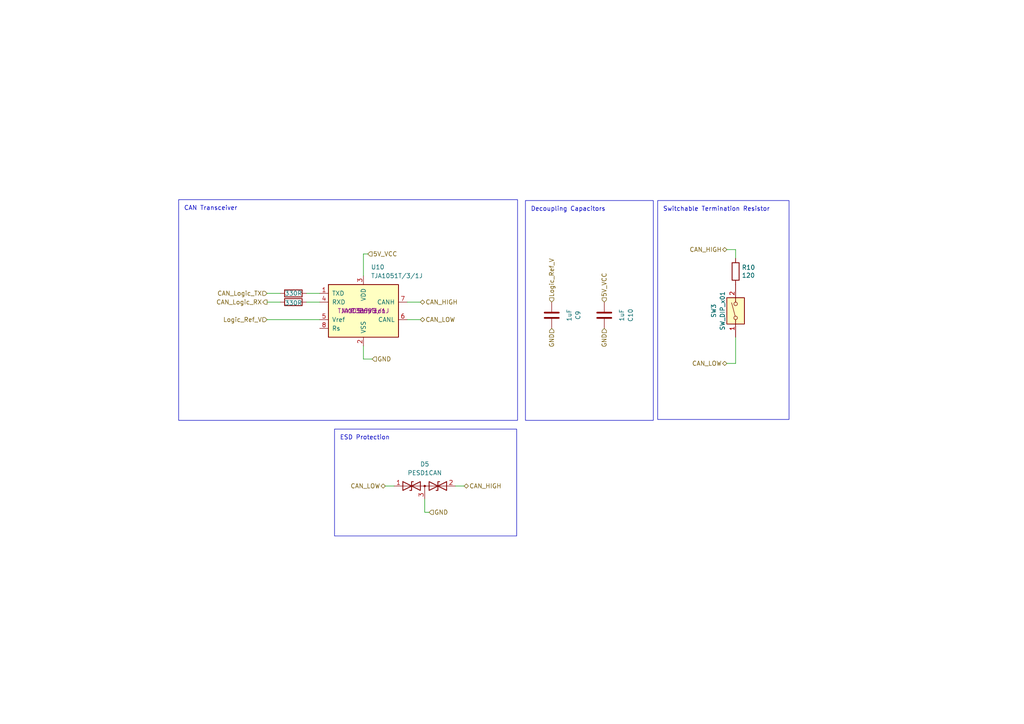
<source format=kicad_sch>
(kicad_sch
	(version 20250114)
	(generator "eeschema")
	(generator_version "9.0")
	(uuid "bf540443-9ceb-46e5-b216-22ae0c00e767")
	(paper "A4")
	(title_block
		(title "BMS Comms Master Board")
		(date "2025-05-21")
		(rev "0.1")
		(company "eChook")
	)
	(lib_symbols
		(symbol "Device:C"
			(pin_numbers
				(hide yes)
			)
			(pin_names
				(offset 0.254)
			)
			(exclude_from_sim no)
			(in_bom yes)
			(on_board yes)
			(property "Reference" "C"
				(at 0.635 2.54 0)
				(effects
					(font
						(size 1.27 1.27)
					)
					(justify left)
				)
			)
			(property "Value" "C"
				(at 0.635 -2.54 0)
				(effects
					(font
						(size 1.27 1.27)
					)
					(justify left)
				)
			)
			(property "Footprint" ""
				(at 0.9652 -3.81 0)
				(effects
					(font
						(size 1.27 1.27)
					)
					(hide yes)
				)
			)
			(property "Datasheet" "~"
				(at 0 0 0)
				(effects
					(font
						(size 1.27 1.27)
					)
					(hide yes)
				)
			)
			(property "Description" "Unpolarized capacitor"
				(at 0 0 0)
				(effects
					(font
						(size 1.27 1.27)
					)
					(hide yes)
				)
			)
			(property "ki_keywords" "cap capacitor"
				(at 0 0 0)
				(effects
					(font
						(size 1.27 1.27)
					)
					(hide yes)
				)
			)
			(property "ki_fp_filters" "C_*"
				(at 0 0 0)
				(effects
					(font
						(size 1.27 1.27)
					)
					(hide yes)
				)
			)
			(symbol "C_0_1"
				(polyline
					(pts
						(xy -2.032 0.762) (xy 2.032 0.762)
					)
					(stroke
						(width 0.508)
						(type default)
					)
					(fill
						(type none)
					)
				)
				(polyline
					(pts
						(xy -2.032 -0.762) (xy 2.032 -0.762)
					)
					(stroke
						(width 0.508)
						(type default)
					)
					(fill
						(type none)
					)
				)
			)
			(symbol "C_1_1"
				(pin passive line
					(at 0 3.81 270)
					(length 2.794)
					(name "~"
						(effects
							(font
								(size 1.27 1.27)
							)
						)
					)
					(number "1"
						(effects
							(font
								(size 1.27 1.27)
							)
						)
					)
				)
				(pin passive line
					(at 0 -3.81 90)
					(length 2.794)
					(name "~"
						(effects
							(font
								(size 1.27 1.27)
							)
						)
					)
					(number "2"
						(effects
							(font
								(size 1.27 1.27)
							)
						)
					)
				)
			)
			(embedded_fonts no)
		)
		(symbol "Device:D_TVS_Dual_AAC"
			(pin_names
				(offset 1.016)
				(hide yes)
			)
			(exclude_from_sim no)
			(in_bom yes)
			(on_board yes)
			(property "Reference" "D"
				(at 0 4.445 0)
				(effects
					(font
						(size 1.27 1.27)
					)
				)
			)
			(property "Value" "D_TVS_Dual_AAC"
				(at 0 2.54 0)
				(effects
					(font
						(size 1.27 1.27)
					)
				)
			)
			(property "Footprint" ""
				(at -3.81 0 0)
				(effects
					(font
						(size 1.27 1.27)
					)
					(hide yes)
				)
			)
			(property "Datasheet" "~"
				(at -3.81 0 0)
				(effects
					(font
						(size 1.27 1.27)
					)
					(hide yes)
				)
			)
			(property "Description" "Bidirectional dual transient-voltage-suppression diode, center on pin 3"
				(at 0 0 0)
				(effects
					(font
						(size 1.27 1.27)
					)
					(hide yes)
				)
			)
			(property "ki_keywords" "diode TVS thyrector"
				(at 0 0 0)
				(effects
					(font
						(size 1.27 1.27)
					)
					(hide yes)
				)
			)
			(symbol "D_TVS_Dual_AAC_0_0"
				(polyline
					(pts
						(xy 0 -1.27) (xy 0 0)
					)
					(stroke
						(width 0)
						(type default)
					)
					(fill
						(type none)
					)
				)
			)
			(symbol "D_TVS_Dual_AAC_0_1"
				(polyline
					(pts
						(xy -6.35 1.27) (xy -1.27 -1.27) (xy -1.27 1.27) (xy -6.35 -1.27) (xy -6.35 1.27)
					)
					(stroke
						(width 0.254)
						(type default)
					)
					(fill
						(type none)
					)
				)
				(polyline
					(pts
						(xy -6.35 0) (xy 6.35 0)
					)
					(stroke
						(width 0)
						(type default)
					)
					(fill
						(type none)
					)
				)
				(polyline
					(pts
						(xy -3.302 1.27) (xy -3.81 1.27) (xy -3.81 -1.27) (xy -4.318 -1.27)
					)
					(stroke
						(width 0.254)
						(type default)
					)
					(fill
						(type none)
					)
				)
				(circle
					(center 0 0)
					(radius 0.254)
					(stroke
						(width 0)
						(type default)
					)
					(fill
						(type outline)
					)
				)
				(polyline
					(pts
						(xy 4.318 1.27) (xy 3.81 1.27) (xy 3.81 -1.27) (xy 3.302 -1.27)
					)
					(stroke
						(width 0.254)
						(type default)
					)
					(fill
						(type none)
					)
				)
				(polyline
					(pts
						(xy 6.35 1.27) (xy 1.27 -1.27) (xy 1.27 1.27) (xy 6.35 -1.27) (xy 6.35 1.27)
					)
					(stroke
						(width 0.254)
						(type default)
					)
					(fill
						(type none)
					)
				)
			)
			(symbol "D_TVS_Dual_AAC_1_1"
				(pin passive line
					(at -8.89 0 0)
					(length 2.54)
					(name "A1"
						(effects
							(font
								(size 1.27 1.27)
							)
						)
					)
					(number "1"
						(effects
							(font
								(size 1.27 1.27)
							)
						)
					)
				)
				(pin passive line
					(at 0 -3.81 90)
					(length 2.54)
					(name "common"
						(effects
							(font
								(size 1.27 1.27)
							)
						)
					)
					(number "3"
						(effects
							(font
								(size 1.27 1.27)
							)
						)
					)
				)
				(pin passive line
					(at 8.89 0 180)
					(length 2.54)
					(name "A2"
						(effects
							(font
								(size 1.27 1.27)
							)
						)
					)
					(number "2"
						(effects
							(font
								(size 1.27 1.27)
							)
						)
					)
				)
			)
			(embedded_fonts no)
		)
		(symbol "Device:R"
			(pin_numbers
				(hide yes)
			)
			(pin_names
				(offset 0)
			)
			(exclude_from_sim no)
			(in_bom yes)
			(on_board yes)
			(property "Reference" "R"
				(at 2.032 0 90)
				(effects
					(font
						(size 1.27 1.27)
					)
				)
			)
			(property "Value" "R"
				(at 0 0 90)
				(effects
					(font
						(size 1.27 1.27)
					)
				)
			)
			(property "Footprint" ""
				(at -1.778 0 90)
				(effects
					(font
						(size 1.27 1.27)
					)
					(hide yes)
				)
			)
			(property "Datasheet" "~"
				(at 0 0 0)
				(effects
					(font
						(size 1.27 1.27)
					)
					(hide yes)
				)
			)
			(property "Description" "Resistor"
				(at 0 0 0)
				(effects
					(font
						(size 1.27 1.27)
					)
					(hide yes)
				)
			)
			(property "ki_keywords" "R res resistor"
				(at 0 0 0)
				(effects
					(font
						(size 1.27 1.27)
					)
					(hide yes)
				)
			)
			(property "ki_fp_filters" "R_*"
				(at 0 0 0)
				(effects
					(font
						(size 1.27 1.27)
					)
					(hide yes)
				)
			)
			(symbol "R_0_1"
				(rectangle
					(start -1.016 -2.54)
					(end 1.016 2.54)
					(stroke
						(width 0.254)
						(type default)
					)
					(fill
						(type none)
					)
				)
			)
			(symbol "R_1_1"
				(pin passive line
					(at 0 3.81 270)
					(length 1.27)
					(name "~"
						(effects
							(font
								(size 1.27 1.27)
							)
						)
					)
					(number "1"
						(effects
							(font
								(size 1.27 1.27)
							)
						)
					)
				)
				(pin passive line
					(at 0 -3.81 90)
					(length 1.27)
					(name "~"
						(effects
							(font
								(size 1.27 1.27)
							)
						)
					)
					(number "2"
						(effects
							(font
								(size 1.27 1.27)
							)
						)
					)
				)
			)
			(embedded_fonts no)
		)
		(symbol "Interface_CAN_LIN:MCP2551-I-SN"
			(pin_names
				(offset 1.016)
			)
			(exclude_from_sim no)
			(in_bom yes)
			(on_board yes)
			(property "Reference" "U"
				(at -10.16 8.89 0)
				(effects
					(font
						(size 1.27 1.27)
					)
					(justify left)
				)
			)
			(property "Value" "MCP2551-I-SN"
				(at 2.54 8.89 0)
				(effects
					(font
						(size 1.27 1.27)
					)
					(justify left)
				)
			)
			(property "Footprint" "Package_SO:SOIC-8_3.9x4.9mm_P1.27mm"
				(at 0 -12.7 0)
				(effects
					(font
						(size 1.27 1.27)
						(italic yes)
					)
					(hide yes)
				)
			)
			(property "Datasheet" "http://ww1.microchip.com/downloads/en/devicedoc/21667d.pdf"
				(at 0 0 0)
				(effects
					(font
						(size 1.27 1.27)
					)
					(hide yes)
				)
			)
			(property "Description" "High-Speed CAN Transceiver, 1Mbps, 5V supply, SOIC-8"
				(at 0 0 0)
				(effects
					(font
						(size 1.27 1.27)
					)
					(hide yes)
				)
			)
			(property "ki_keywords" "High-Speed CAN Transceiver"
				(at 0 0 0)
				(effects
					(font
						(size 1.27 1.27)
					)
					(hide yes)
				)
			)
			(property "ki_fp_filters" "SOIC*3.9x4.9mm*P1.27mm*"
				(at 0 0 0)
				(effects
					(font
						(size 1.27 1.27)
					)
					(hide yes)
				)
			)
			(symbol "MCP2551-I-SN_0_1"
				(rectangle
					(start -10.16 7.62)
					(end 10.16 -7.62)
					(stroke
						(width 0.254)
						(type default)
					)
					(fill
						(type background)
					)
				)
			)
			(symbol "MCP2551-I-SN_1_1"
				(pin input line
					(at -12.7 5.08 0)
					(length 2.54)
					(name "TXD"
						(effects
							(font
								(size 1.27 1.27)
							)
						)
					)
					(number "1"
						(effects
							(font
								(size 1.27 1.27)
							)
						)
					)
				)
				(pin output line
					(at -12.7 2.54 0)
					(length 2.54)
					(name "RXD"
						(effects
							(font
								(size 1.27 1.27)
							)
						)
					)
					(number "4"
						(effects
							(font
								(size 1.27 1.27)
							)
						)
					)
				)
				(pin power_out line
					(at -12.7 -2.54 0)
					(length 2.54)
					(name "Vref"
						(effects
							(font
								(size 1.27 1.27)
							)
						)
					)
					(number "5"
						(effects
							(font
								(size 1.27 1.27)
							)
						)
					)
				)
				(pin input line
					(at -12.7 -5.08 0)
					(length 2.54)
					(name "Rs"
						(effects
							(font
								(size 1.27 1.27)
							)
						)
					)
					(number "8"
						(effects
							(font
								(size 1.27 1.27)
							)
						)
					)
				)
				(pin power_in line
					(at 0 10.16 270)
					(length 2.54)
					(name "VDD"
						(effects
							(font
								(size 1.27 1.27)
							)
						)
					)
					(number "3"
						(effects
							(font
								(size 1.27 1.27)
							)
						)
					)
				)
				(pin power_in line
					(at 0 -10.16 90)
					(length 2.54)
					(name "VSS"
						(effects
							(font
								(size 1.27 1.27)
							)
						)
					)
					(number "2"
						(effects
							(font
								(size 1.27 1.27)
							)
						)
					)
				)
				(pin bidirectional line
					(at 12.7 2.54 180)
					(length 2.54)
					(name "CANH"
						(effects
							(font
								(size 1.27 1.27)
							)
						)
					)
					(number "7"
						(effects
							(font
								(size 1.27 1.27)
							)
						)
					)
				)
				(pin bidirectional line
					(at 12.7 -2.54 180)
					(length 2.54)
					(name "CANL"
						(effects
							(font
								(size 1.27 1.27)
							)
						)
					)
					(number "6"
						(effects
							(font
								(size 1.27 1.27)
							)
						)
					)
				)
			)
			(embedded_fonts no)
		)
		(symbol "Switch:SW_DIP_x01"
			(pin_names
				(offset 0)
				(hide yes)
			)
			(exclude_from_sim no)
			(in_bom yes)
			(on_board yes)
			(property "Reference" "SW"
				(at 0 3.81 0)
				(effects
					(font
						(size 1.27 1.27)
					)
				)
			)
			(property "Value" "SW_DIP_x01"
				(at 0 -3.81 0)
				(effects
					(font
						(size 1.27 1.27)
					)
				)
			)
			(property "Footprint" ""
				(at 0 0 0)
				(effects
					(font
						(size 1.27 1.27)
					)
					(hide yes)
				)
			)
			(property "Datasheet" "~"
				(at 0 0 0)
				(effects
					(font
						(size 1.27 1.27)
					)
					(hide yes)
				)
			)
			(property "Description" "1x DIP Switch, Single Pole Single Throw (SPST) switch, small symbol"
				(at 0 0 0)
				(effects
					(font
						(size 1.27 1.27)
					)
					(hide yes)
				)
			)
			(property "ki_keywords" "dip switch"
				(at 0 0 0)
				(effects
					(font
						(size 1.27 1.27)
					)
					(hide yes)
				)
			)
			(property "ki_fp_filters" "SW?DIP?x1*"
				(at 0 0 0)
				(effects
					(font
						(size 1.27 1.27)
					)
					(hide yes)
				)
			)
			(symbol "SW_DIP_x01_0_0"
				(circle
					(center -2.032 0)
					(radius 0.508)
					(stroke
						(width 0)
						(type default)
					)
					(fill
						(type none)
					)
				)
				(polyline
					(pts
						(xy -1.524 0.127) (xy 2.3622 1.1684)
					)
					(stroke
						(width 0)
						(type default)
					)
					(fill
						(type none)
					)
				)
				(circle
					(center 2.032 0)
					(radius 0.508)
					(stroke
						(width 0)
						(type default)
					)
					(fill
						(type none)
					)
				)
			)
			(symbol "SW_DIP_x01_0_1"
				(rectangle
					(start -3.81 2.54)
					(end 3.81 -2.54)
					(stroke
						(width 0.254)
						(type default)
					)
					(fill
						(type background)
					)
				)
			)
			(symbol "SW_DIP_x01_1_1"
				(pin passive line
					(at -7.62 0 0)
					(length 5.08)
					(name "~"
						(effects
							(font
								(size 1.27 1.27)
							)
						)
					)
					(number "1"
						(effects
							(font
								(size 1.27 1.27)
							)
						)
					)
				)
				(pin passive line
					(at 7.62 0 180)
					(length 5.08)
					(name "~"
						(effects
							(font
								(size 1.27 1.27)
							)
						)
					)
					(number "2"
						(effects
							(font
								(size 1.27 1.27)
							)
						)
					)
				)
			)
			(embedded_fonts no)
		)
	)
	(rectangle
		(start 97.028 124.46)
		(end 149.86 155.448)
		(stroke
			(width 0)
			(type default)
		)
		(fill
			(type none)
		)
		(uuid 41b667f9-b0f8-487a-b4c2-623821bd4034)
	)
	(rectangle
		(start 190.754 58.166)
		(end 228.854 121.666)
		(stroke
			(width 0)
			(type default)
		)
		(fill
			(type none)
		)
		(uuid 5010e3eb-e57f-4b64-86a4-57ecfe933eac)
	)
	(rectangle
		(start 152.4 58.166)
		(end 189.484 121.92)
		(stroke
			(width 0)
			(type default)
		)
		(fill
			(type none)
		)
		(uuid 727c0b4c-b830-4bab-80dc-48ed46d703bf)
	)
	(rectangle
		(start 51.816 57.912)
		(end 150.114 121.92)
		(stroke
			(width 0)
			(type default)
		)
		(fill
			(type none)
		)
		(uuid b2b264de-a0dd-4ac9-b4d9-7d91e9abd442)
	)
	(text "ESD Protection"
		(exclude_from_sim no)
		(at 98.552 127.762 0)
		(effects
			(font
				(size 1.27 1.27)
			)
			(justify left bottom)
		)
		(uuid "051d649c-901d-48db-8318-c04a42cdf803")
	)
	(text "Decoupling Capacitors"
		(exclude_from_sim no)
		(at 153.924 61.468 0)
		(effects
			(font
				(size 1.27 1.27)
			)
			(justify left bottom)
		)
		(uuid "14a63512-ff08-48df-8f2b-4344552cb95e")
	)
	(text "CAN Transceiver"
		(exclude_from_sim no)
		(at 53.34 61.214 0)
		(effects
			(font
				(size 1.27 1.27)
			)
			(justify left bottom)
		)
		(uuid "178ef107-7a36-4979-8065-0234a3c95b55")
	)
	(text "Switchable Termination Resistor"
		(exclude_from_sim no)
		(at 192.278 61.468 0)
		(effects
			(font
				(size 1.27 1.27)
			)
			(justify left bottom)
		)
		(uuid "6f4f96d5-bce5-4145-8694-35cb36da78be")
	)
	(wire
		(pts
			(xy 107.95 104.14) (xy 105.41 104.14)
		)
		(stroke
			(width 0)
			(type default)
		)
		(uuid "0a25c8a1-59bb-4233-b8d2-cd15d906f13a")
	)
	(wire
		(pts
			(xy 213.36 97.79) (xy 213.36 105.41)
		)
		(stroke
			(width 0)
			(type default)
		)
		(uuid "202a664a-898b-4247-b4e3-6f8f0bbd0fb3")
	)
	(wire
		(pts
			(xy 118.11 87.63) (xy 121.92 87.63)
		)
		(stroke
			(width 0)
			(type default)
		)
		(uuid "2bcbed73-5cbc-42b3-a1b1-088d596783dd")
	)
	(wire
		(pts
			(xy 106.68 73.66) (xy 105.41 73.66)
		)
		(stroke
			(width 0)
			(type default)
		)
		(uuid "335749d2-ed3f-4932-ae44-47c5e3cdb314")
	)
	(wire
		(pts
			(xy 105.41 73.66) (xy 105.41 80.01)
		)
		(stroke
			(width 0)
			(type default)
		)
		(uuid "3ad4eac0-5b6e-4214-aba2-422a44557dd5")
	)
	(wire
		(pts
			(xy 77.47 87.63) (xy 81.28 87.63)
		)
		(stroke
			(width 0)
			(type default)
		)
		(uuid "420a9e61-a2c3-4050-b2a4-c8af8f9a3cc3")
	)
	(wire
		(pts
			(xy 132.08 140.97) (xy 134.62 140.97)
		)
		(stroke
			(width 0)
			(type default)
		)
		(uuid "47c9d4ca-cb32-45af-9970-6f4114f8bc6b")
	)
	(wire
		(pts
			(xy 88.9 85.09) (xy 92.71 85.09)
		)
		(stroke
			(width 0)
			(type default)
		)
		(uuid "49bf483b-396f-444e-a9dd-fe561cf40480")
	)
	(wire
		(pts
			(xy 210.82 105.41) (xy 213.36 105.41)
		)
		(stroke
			(width 0)
			(type default)
		)
		(uuid "52963ccd-534c-495b-aee9-ef0b6f298628")
	)
	(wire
		(pts
			(xy 124.46 148.59) (xy 123.19 148.59)
		)
		(stroke
			(width 0)
			(type default)
		)
		(uuid "574020e1-039e-42ed-801f-31ac63f4d924")
	)
	(wire
		(pts
			(xy 88.9 87.63) (xy 92.71 87.63)
		)
		(stroke
			(width 0)
			(type default)
		)
		(uuid "63809b6e-0639-4523-8a2a-15c844c2d3fe")
	)
	(wire
		(pts
			(xy 118.11 92.71) (xy 121.92 92.71)
		)
		(stroke
			(width 0)
			(type default)
		)
		(uuid "6e21abd0-81ec-4767-bb66-bb31135a841b")
	)
	(wire
		(pts
			(xy 111.76 140.97) (xy 114.3 140.97)
		)
		(stroke
			(width 0)
			(type default)
		)
		(uuid "728f9a08-24b8-4077-91e6-31edbff6c056")
	)
	(wire
		(pts
			(xy 123.19 148.59) (xy 123.19 144.78)
		)
		(stroke
			(width 0)
			(type default)
		)
		(uuid "b699b806-6763-427a-b5fe-5d3ef0bdc27f")
	)
	(wire
		(pts
			(xy 105.41 104.14) (xy 105.41 100.33)
		)
		(stroke
			(width 0)
			(type default)
		)
		(uuid "b90af9bd-f1c3-41ae-ad0d-18578b030062")
	)
	(wire
		(pts
			(xy 77.47 92.71) (xy 92.71 92.71)
		)
		(stroke
			(width 0)
			(type default)
		)
		(uuid "bbf81558-cbfe-44ed-a7b0-e8a20b39f326")
	)
	(wire
		(pts
			(xy 213.36 72.39) (xy 213.36 74.93)
		)
		(stroke
			(width 0)
			(type default)
		)
		(uuid "cd8ef936-01f7-4ae4-ae7b-95fd728acb04")
	)
	(wire
		(pts
			(xy 210.82 72.39) (xy 213.36 72.39)
		)
		(stroke
			(width 0)
			(type default)
		)
		(uuid "d6de5bc5-b03e-461b-8be8-a8b890051ebd")
	)
	(wire
		(pts
			(xy 77.47 85.09) (xy 81.28 85.09)
		)
		(stroke
			(width 0)
			(type default)
		)
		(uuid "e3ec6a03-47fa-4817-ac27-387248f81a8d")
	)
	(hierarchical_label "CAN_Logic_TX"
		(shape input)
		(at 77.47 85.09 180)
		(effects
			(font
				(size 1.27 1.27)
			)
			(justify right)
		)
		(uuid "13803820-72d9-4b2d-83fc-22166b6f7a42")
	)
	(hierarchical_label "5V_VCC"
		(shape input)
		(at 106.68 73.66 0)
		(effects
			(font
				(size 1.27 1.27)
			)
			(justify left)
		)
		(uuid "3734ed81-bab2-43ce-aba2-d95cd5a3a43b")
	)
	(hierarchical_label "CAN_HIGH"
		(shape bidirectional)
		(at 210.82 72.39 180)
		(effects
			(font
				(size 1.27 1.27)
			)
			(justify right)
		)
		(uuid "40177ee1-57bf-4630-9f15-cf284fdfbd61")
	)
	(hierarchical_label "GND"
		(shape input)
		(at 124.46 148.59 0)
		(effects
			(font
				(size 1.27 1.27)
			)
			(justify left)
		)
		(uuid "44c26234-811b-4344-957c-34775fb0eb28")
	)
	(hierarchical_label "CAN_LOW"
		(shape bidirectional)
		(at 111.76 140.97 180)
		(effects
			(font
				(size 1.27 1.27)
			)
			(justify right)
		)
		(uuid "5e1076de-d33c-4981-95e2-8b2ea4a12a05")
	)
	(hierarchical_label "GND"
		(shape input)
		(at 107.95 104.14 0)
		(effects
			(font
				(size 1.27 1.27)
			)
			(justify left)
		)
		(uuid "6cecc3e6-98d4-40cc-9dfa-048ea178d596")
	)
	(hierarchical_label "CAN_LOW"
		(shape bidirectional)
		(at 210.82 105.41 180)
		(effects
			(font
				(size 1.27 1.27)
			)
			(justify right)
		)
		(uuid "70403f84-9422-48ae-9c78-7c015b9552f8")
	)
	(hierarchical_label "5V_VCC"
		(shape input)
		(at 175.26 87.63 90)
		(effects
			(font
				(size 1.27 1.27)
			)
			(justify left)
		)
		(uuid "762b0aa5-cb3f-4634-9e5a-2d4528609bb7")
	)
	(hierarchical_label "CAN_HIGH"
		(shape bidirectional)
		(at 134.62 140.97 0)
		(effects
			(font
				(size 1.27 1.27)
			)
			(justify left)
		)
		(uuid "828d01d3-4580-419b-8613-7af2d390b69d")
	)
	(hierarchical_label "GND"
		(shape input)
		(at 175.26 95.25 270)
		(effects
			(font
				(size 1.27 1.27)
			)
			(justify right)
		)
		(uuid "8ed30231-ae38-4590-88af-13dd2122d9af")
	)
	(hierarchical_label "GND"
		(shape input)
		(at 160.02 95.25 270)
		(effects
			(font
				(size 1.27 1.27)
			)
			(justify right)
		)
		(uuid "c617af93-79c9-4ecb-9505-d47ae37c1290")
	)
	(hierarchical_label "CAN_Logic_RX"
		(shape output)
		(at 77.47 87.63 180)
		(effects
			(font
				(size 1.27 1.27)
			)
			(justify right)
		)
		(uuid "cf7d4a43-5285-4a1f-b361-e160e13c3b73")
	)
	(hierarchical_label "Logic_Ref_V"
		(shape input)
		(at 77.47 92.71 180)
		(effects
			(font
				(size 1.27 1.27)
			)
			(justify right)
		)
		(uuid "d3047406-45fd-414a-bd36-f42ff04b30d9")
	)
	(hierarchical_label "CAN_HIGH"
		(shape bidirectional)
		(at 121.92 87.63 0)
		(effects
			(font
				(size 1.27 1.27)
			)
			(justify left)
		)
		(uuid "d4dfbd50-498b-40a6-b0a9-1395dd8462a6")
	)
	(hierarchical_label "Logic_Ref_V"
		(shape input)
		(at 160.02 87.63 90)
		(effects
			(font
				(size 1.27 1.27)
			)
			(justify left)
		)
		(uuid "e09613bb-2036-46ad-8e8a-c6bac2482030")
	)
	(hierarchical_label "CAN_LOW"
		(shape bidirectional)
		(at 121.92 92.71 0)
		(effects
			(font
				(size 1.27 1.27)
			)
			(justify left)
		)
		(uuid "f1796682-bafe-41ae-9b2b-aa4359a2ce58")
	)
	(symbol
		(lib_id "Device:C")
		(at 160.02 91.44 180)
		(unit 1)
		(exclude_from_sim no)
		(in_bom yes)
		(on_board yes)
		(dnp no)
		(fields_autoplaced yes)
		(uuid "0185b586-b562-4adb-b20d-426fb25332a3")
		(property "Reference" "C5"
			(at 167.64 91.44 90)
			(effects
				(font
					(size 1.27 1.27)
				)
			)
		)
		(property "Value" "1uF"
			(at 165.1 91.44 90)
			(effects
				(font
					(size 1.27 1.27)
				)
			)
		)
		(property "Footprint" "Capacitor_SMD:C_0603_1608Metric"
			(at 159.0548 87.63 0)
			(effects
				(font
					(size 1.27 1.27)
				)
				(hide yes)
			)
		)
		(property "Datasheet" "~"
			(at 160.02 91.44 0)
			(effects
				(font
					(size 1.27 1.27)
				)
				(hide yes)
			)
		)
		(property "Description" ""
			(at 160.02 91.44 0)
			(effects
				(font
					(size 1.27 1.27)
				)
				(hide yes)
			)
		)
		(property "LCSC" "C15849"
			(at 160.02 91.44 0)
			(effects
				(font
					(size 1.27 1.27)
				)
				(hide yes)
			)
		)
		(pin "1"
			(uuid "bd8d4e02-dd51-4c6d-bd06-bef90428e00b")
		)
		(pin "2"
			(uuid "638e4cb2-0929-4b85-9a6b-a856ed50df0c")
		)
		(instances
			(project "BMS"
				(path "/d7e219ab-f530-45f5-8a23-0e6b6d2e3e0f/cdaff6ef-6933-443e-a2a0-6e49d77f85e1"
					(reference "C9")
					(unit 1)
				)
				(path "/d7e219ab-f530-45f5-8a23-0e6b6d2e3e0f/edc0126c-a175-43ed-b1dc-d739fe129ca0"
					(reference "C5")
					(unit 1)
				)
			)
		)
	)
	(symbol
		(lib_id "Device:C")
		(at 175.26 91.44 180)
		(unit 1)
		(exclude_from_sim no)
		(in_bom yes)
		(on_board yes)
		(dnp no)
		(fields_autoplaced yes)
		(uuid "06a8e200-bd6c-4544-97f4-9bd80dc617d5")
		(property "Reference" "C6"
			(at 182.88 91.44 90)
			(effects
				(font
					(size 1.27 1.27)
				)
			)
		)
		(property "Value" "1uF"
			(at 180.34 91.44 90)
			(effects
				(font
					(size 1.27 1.27)
				)
			)
		)
		(property "Footprint" "Capacitor_SMD:C_0603_1608Metric"
			(at 174.2948 87.63 0)
			(effects
				(font
					(size 1.27 1.27)
				)
				(hide yes)
			)
		)
		(property "Datasheet" "~"
			(at 175.26 91.44 0)
			(effects
				(font
					(size 1.27 1.27)
				)
				(hide yes)
			)
		)
		(property "Description" ""
			(at 175.26 91.44 0)
			(effects
				(font
					(size 1.27 1.27)
				)
				(hide yes)
			)
		)
		(property "LCSC" "C15849"
			(at 175.26 91.44 0)
			(effects
				(font
					(size 1.27 1.27)
				)
				(hide yes)
			)
		)
		(pin "1"
			(uuid "339bedab-6dda-4e85-a606-d0d457b47521")
		)
		(pin "2"
			(uuid "360ab272-f6e5-491c-b564-6b8c3fb8639b")
		)
		(instances
			(project "BMS"
				(path "/d7e219ab-f530-45f5-8a23-0e6b6d2e3e0f/cdaff6ef-6933-443e-a2a0-6e49d77f85e1"
					(reference "C10")
					(unit 1)
				)
				(path "/d7e219ab-f530-45f5-8a23-0e6b6d2e3e0f/edc0126c-a175-43ed-b1dc-d739fe129ca0"
					(reference "C6")
					(unit 1)
				)
			)
		)
	)
	(symbol
		(lib_id "Device:R")
		(at 213.36 78.74 0)
		(unit 1)
		(exclude_from_sim no)
		(in_bom yes)
		(on_board yes)
		(dnp no)
		(uuid "11110451-0b18-4747-9876-c5cd1c82f925")
		(property "Reference" "R3"
			(at 215.138 77.5716 0)
			(effects
				(font
					(size 1.27 1.27)
				)
				(justify left)
			)
		)
		(property "Value" "120"
			(at 215.138 79.883 0)
			(effects
				(font
					(size 1.27 1.27)
				)
				(justify left)
			)
		)
		(property "Footprint" "Resistor_SMD:R_0603_1608Metric"
			(at 211.582 78.74 90)
			(effects
				(font
					(size 1.27 1.27)
				)
				(hide yes)
			)
		)
		(property "Datasheet" "~"
			(at 213.36 78.74 0)
			(effects
				(font
					(size 1.27 1.27)
				)
				(hide yes)
			)
		)
		(property "Description" ""
			(at 213.36 78.74 0)
			(effects
				(font
					(size 1.27 1.27)
				)
				(hide yes)
			)
		)
		(property "LCSC" ""
			(at 213.36 78.74 0)
			(effects
				(font
					(size 1.27 1.27)
				)
				(hide yes)
			)
		)
		(pin "1"
			(uuid "488ed25d-ac72-4919-ba5b-2c0e36f8f9ba")
		)
		(pin "2"
			(uuid "816f8bb0-27ee-4a9e-9b01-3955c67a4280")
		)
		(instances
			(project "BMS"
				(path "/d7e219ab-f530-45f5-8a23-0e6b6d2e3e0f/cdaff6ef-6933-443e-a2a0-6e49d77f85e1"
					(reference "R10")
					(unit 1)
				)
				(path "/d7e219ab-f530-45f5-8a23-0e6b6d2e3e0f/edc0126c-a175-43ed-b1dc-d739fe129ca0"
					(reference "R3")
					(unit 1)
				)
			)
		)
	)
	(symbol
		(lib_id "Interface_CAN_LIN:MCP2551-I-SN")
		(at 105.41 90.17 0)
		(unit 1)
		(exclude_from_sim no)
		(in_bom yes)
		(on_board yes)
		(dnp no)
		(uuid "253ca64d-2231-4159-9e0a-f81ea50db246")
		(property "Reference" "U5"
			(at 107.5709 77.47 0)
			(effects
				(font
					(size 1.27 1.27)
				)
				(justify left)
			)
		)
		(property "Value" "TJA1051T/3/1J"
			(at 107.5709 80.01 0)
			(effects
				(font
					(size 1.27 1.27)
				)
				(justify left)
			)
		)
		(property "Footprint" "Package_SO:SOIC-8_3.9x4.9mm_P1.27mm"
			(at 105.41 102.87 0)
			(effects
				(font
					(size 1.27 1.27)
					(italic yes)
				)
				(hide yes)
			)
		)
		(property "Datasheet" "http://ww1.microchip.com/downloads/en/devicedoc/21667d.pdf"
			(at 105.41 90.17 0)
			(effects
				(font
					(size 1.27 1.27)
				)
				(hide yes)
			)
		)
		(property "Description" "High-Speed CAN Transceiver, 1Mbps, 5V supply, SOIC-8"
			(at 105.41 90.17 0)
			(effects
				(font
					(size 1.27 1.27)
				)
				(hide yes)
			)
		)
		(property "LCSC" "C38695"
			(at 105.41 90.17 0)
			(effects
				(font
					(size 1.27 1.27)
				)
			)
		)
		(property "MPN" "TJA1051T/3/1J"
			(at 105.41 90.17 0)
			(effects
				(font
					(size 1.27 1.27)
				)
			)
		)
		(property "Manufacturer" "NXP Semicon"
			(at 105.41 90.17 0)
			(effects
				(font
					(size 1.27 1.27)
				)
			)
		)
		(pin "4"
			(uuid "74753a60-adf8-4f5d-9a9b-bd0251c089ef")
		)
		(pin "3"
			(uuid "4c0684dc-6c10-465f-b3cf-0850fdfd379c")
		)
		(pin "6"
			(uuid "918bbe7b-fe05-4ab0-839a-5c45ebf46384")
		)
		(pin "8"
			(uuid "c3214460-ba14-4f7f-aea5-22044cd43d90")
		)
		(pin "5"
			(uuid "43e03968-4c55-4bb9-be68-e77c25897c87")
		)
		(pin "1"
			(uuid "26024df3-0166-4028-82b6-5a45daedd6ea")
		)
		(pin "2"
			(uuid "544230d1-6756-491e-9b6f-8066685f3304")
		)
		(pin "7"
			(uuid "d1c82698-f2cf-4fa5-a85f-b85b258b90c5")
		)
		(instances
			(project ""
				(path "/d7e219ab-f530-45f5-8a23-0e6b6d2e3e0f/cdaff6ef-6933-443e-a2a0-6e49d77f85e1"
					(reference "U10")
					(unit 1)
				)
				(path "/d7e219ab-f530-45f5-8a23-0e6b6d2e3e0f/edc0126c-a175-43ed-b1dc-d739fe129ca0"
					(reference "U5")
					(unit 1)
				)
			)
		)
	)
	(symbol
		(lib_id "Switch:SW_DIP_x01")
		(at 213.36 90.17 90)
		(unit 1)
		(exclude_from_sim no)
		(in_bom yes)
		(on_board yes)
		(dnp no)
		(fields_autoplaced yes)
		(uuid "404a9a4f-cb05-4f15-a569-2ac6520c8a33")
		(property "Reference" "SW2"
			(at 207.01 90.17 0)
			(effects
				(font
					(size 1.27 1.27)
				)
			)
		)
		(property "Value" "SW_DIP_x01"
			(at 209.55 90.17 0)
			(effects
				(font
					(size 1.27 1.27)
				)
			)
		)
		(property "Footprint" "Button_Switch_SMD:SW_DIP_SPSTx01_Slide_Copal_CHS-01B_W7.62mm_P1.27mm"
			(at 213.36 90.17 0)
			(effects
				(font
					(size 1.27 1.27)
				)
				(hide yes)
			)
		)
		(property "Datasheet" "~"
			(at 213.36 90.17 0)
			(effects
				(font
					(size 1.27 1.27)
				)
				(hide yes)
			)
		)
		(property "Description" ""
			(at 213.36 90.17 0)
			(effects
				(font
					(size 1.27 1.27)
				)
				(hide yes)
			)
		)
		(property "LCSC" "C5160893"
			(at 213.36 90.17 0)
			(effects
				(font
					(size 1.27 1.27)
				)
				(hide yes)
			)
		)
		(pin "1"
			(uuid "0569270a-50e3-4afe-a9b7-62c5525fee13")
		)
		(pin "2"
			(uuid "64a85bf2-e1d4-447d-8915-b038066e37eb")
		)
		(instances
			(project "BMS"
				(path "/d7e219ab-f530-45f5-8a23-0e6b6d2e3e0f/cdaff6ef-6933-443e-a2a0-6e49d77f85e1"
					(reference "SW3")
					(unit 1)
				)
				(path "/d7e219ab-f530-45f5-8a23-0e6b6d2e3e0f/edc0126c-a175-43ed-b1dc-d739fe129ca0"
					(reference "SW2")
					(unit 1)
				)
			)
		)
	)
	(symbol
		(lib_id "Device:R")
		(at 85.09 87.63 90)
		(unit 1)
		(exclude_from_sim no)
		(in_bom yes)
		(on_board yes)
		(dnp no)
		(uuid "6096a95f-c069-4b30-a9f9-f2ec13d22312")
		(property "Reference" "R5"
			(at 85.09 85.725 90)
			(effects
				(font
					(size 1.27 1.27)
				)
				(hide yes)
			)
		)
		(property "Value" "330R"
			(at 85.09 87.884 90)
			(effects
				(font
					(size 1.27 1.27)
				)
			)
		)
		(property "Footprint" "Resistor_SMD:R_0603_1608Metric"
			(at 85.09 89.408 90)
			(effects
				(font
					(size 1.27 1.27)
				)
				(hide yes)
			)
		)
		(property "Datasheet" "~"
			(at 85.09 87.63 0)
			(effects
				(font
					(size 1.27 1.27)
				)
				(hide yes)
			)
		)
		(property "Description" ""
			(at 85.09 87.63 0)
			(effects
				(font
					(size 1.27 1.27)
				)
				(hide yes)
			)
		)
		(property "LCSC" ""
			(at 85.09 87.63 0)
			(effects
				(font
					(size 1.27 1.27)
				)
				(hide yes)
			)
		)
		(pin "1"
			(uuid "ab35bfe6-221f-4e95-8828-3d7269cfde61")
		)
		(pin "2"
			(uuid "a9fc5c65-bdd9-4fc0-b970-3a5f3eefee83")
		)
		(instances
			(project "BMS"
				(path "/d7e219ab-f530-45f5-8a23-0e6b6d2e3e0f/cdaff6ef-6933-443e-a2a0-6e49d77f85e1"
					(reference "R12")
					(unit 1)
				)
				(path "/d7e219ab-f530-45f5-8a23-0e6b6d2e3e0f/edc0126c-a175-43ed-b1dc-d739fe129ca0"
					(reference "R5")
					(unit 1)
				)
			)
		)
	)
	(symbol
		(lib_id "Device:R")
		(at 85.09 85.09 90)
		(mirror x)
		(unit 1)
		(exclude_from_sim no)
		(in_bom yes)
		(on_board yes)
		(dnp no)
		(uuid "91b317ce-d65e-413f-bc67-9280252ed465")
		(property "Reference" "R4"
			(at 85.09 86.995 90)
			(effects
				(font
					(size 1.27 1.27)
				)
				(hide yes)
			)
		)
		(property "Value" "330R"
			(at 85.09 85.09 90)
			(effects
				(font
					(size 1.27 1.27)
				)
			)
		)
		(property "Footprint" "Resistor_SMD:R_0603_1608Metric"
			(at 85.09 83.312 90)
			(effects
				(font
					(size 1.27 1.27)
				)
				(hide yes)
			)
		)
		(property "Datasheet" "~"
			(at 85.09 85.09 0)
			(effects
				(font
					(size 1.27 1.27)
				)
				(hide yes)
			)
		)
		(property "Description" ""
			(at 85.09 85.09 0)
			(effects
				(font
					(size 1.27 1.27)
				)
				(hide yes)
			)
		)
		(property "LCSC" ""
			(at 85.09 85.09 0)
			(effects
				(font
					(size 1.27 1.27)
				)
				(hide yes)
			)
		)
		(pin "1"
			(uuid "e629281a-404f-4a2e-ab43-37e6e9f5ba33")
		)
		(pin "2"
			(uuid "ef3b4007-9d95-4799-a72c-8e855e79e15a")
		)
		(instances
			(project "BMS"
				(path "/d7e219ab-f530-45f5-8a23-0e6b6d2e3e0f/cdaff6ef-6933-443e-a2a0-6e49d77f85e1"
					(reference "R11")
					(unit 1)
				)
				(path "/d7e219ab-f530-45f5-8a23-0e6b6d2e3e0f/edc0126c-a175-43ed-b1dc-d739fe129ca0"
					(reference "R4")
					(unit 1)
				)
			)
		)
	)
	(symbol
		(lib_id "Device:D_TVS_Dual_AAC")
		(at 123.19 140.97 0)
		(unit 1)
		(exclude_from_sim no)
		(in_bom yes)
		(on_board yes)
		(dnp no)
		(fields_autoplaced yes)
		(uuid "92d885cc-3fee-4d11-9a8a-f5fcd3d4734c")
		(property "Reference" "D3"
			(at 123.19 134.62 0)
			(effects
				(font
					(size 1.27 1.27)
				)
			)
		)
		(property "Value" "PESD1CAN"
			(at 123.19 137.16 0)
			(effects
				(font
					(size 1.27 1.27)
				)
			)
		)
		(property "Footprint" "Package_TO_SOT_SMD:SOT-23"
			(at 119.38 140.97 0)
			(effects
				(font
					(size 1.27 1.27)
				)
				(hide yes)
			)
		)
		(property "Datasheet" "https://www.lcsc.com/datasheet/lcsc_datasheet_2410121734_Nexperia-PESD1CAN-215_C15771.pdf"
			(at 119.38 140.97 0)
			(effects
				(font
					(size 1.27 1.27)
				)
				(hide yes)
			)
		)
		(property "Description" "Bidirectional dual transient-voltage-suppression diode, center on pin 3"
			(at 123.19 140.97 0)
			(effects
				(font
					(size 1.27 1.27)
				)
				(hide yes)
			)
		)
		(property "Manufacturer" "Nexperia"
			(at 123.19 140.97 0)
			(effects
				(font
					(size 1.27 1.27)
				)
				(hide yes)
			)
		)
		(property "LCSC" "C15771"
			(at 123.19 140.97 0)
			(effects
				(font
					(size 1.27 1.27)
				)
				(hide yes)
			)
		)
		(pin "2"
			(uuid "fa1dfcd8-0c05-435a-a87c-b271618d5c81")
		)
		(pin "3"
			(uuid "0fc643bd-33a2-42c4-a7d3-c79883164162")
		)
		(pin "1"
			(uuid "3c2df435-b8a7-4897-b391-5d71c2896996")
		)
		(instances
			(project "BMS"
				(path "/d7e219ab-f530-45f5-8a23-0e6b6d2e3e0f/cdaff6ef-6933-443e-a2a0-6e49d77f85e1"
					(reference "D5")
					(unit 1)
				)
				(path "/d7e219ab-f530-45f5-8a23-0e6b6d2e3e0f/edc0126c-a175-43ed-b1dc-d739fe129ca0"
					(reference "D3")
					(unit 1)
				)
			)
		)
	)
)

</source>
